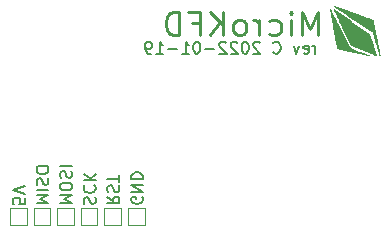
<source format=gbr>
%TF.GenerationSoftware,KiCad,Pcbnew,(6.0.0)*%
%TF.CreationDate,2022-01-19T15:31:05-06:00*%
%TF.ProjectId,microkfd,6d696372-6f6b-4666-942e-6b696361645f,C*%
%TF.SameCoordinates,Original*%
%TF.FileFunction,Legend,Bot*%
%TF.FilePolarity,Positive*%
%FSLAX46Y46*%
G04 Gerber Fmt 4.6, Leading zero omitted, Abs format (unit mm)*
G04 Created by KiCad (PCBNEW (6.0.0)) date 2022-01-19 15:31:05*
%MOMM*%
%LPD*%
G01*
G04 APERTURE LIST*
%ADD10C,0.200000*%
%ADD11C,0.250000*%
%ADD12C,0.150000*%
%ADD13C,0.010000*%
%ADD14C,0.120000*%
G04 APERTURE END LIST*
D10*
X112797619Y-108881904D02*
X113797619Y-108881904D01*
X113083333Y-108548571D01*
X113797619Y-108215238D01*
X112797619Y-108215238D01*
X113797619Y-107548571D02*
X113797619Y-107358095D01*
X113750000Y-107262857D01*
X113654761Y-107167619D01*
X113464285Y-107120000D01*
X113130952Y-107120000D01*
X112940476Y-107167619D01*
X112845238Y-107262857D01*
X112797619Y-107358095D01*
X112797619Y-107548571D01*
X112845238Y-107643809D01*
X112940476Y-107739047D01*
X113130952Y-107786666D01*
X113464285Y-107786666D01*
X113654761Y-107739047D01*
X113750000Y-107643809D01*
X113797619Y-107548571D01*
X112845238Y-106739047D02*
X112797619Y-106596190D01*
X112797619Y-106358095D01*
X112845238Y-106262857D01*
X112892857Y-106215238D01*
X112988095Y-106167619D01*
X113083333Y-106167619D01*
X113178571Y-106215238D01*
X113226190Y-106262857D01*
X113273809Y-106358095D01*
X113321428Y-106548571D01*
X113369047Y-106643809D01*
X113416666Y-106691428D01*
X113511904Y-106739047D01*
X113607142Y-106739047D01*
X113702380Y-106691428D01*
X113750000Y-106643809D01*
X113797619Y-106548571D01*
X113797619Y-106310476D01*
X113750000Y-106167619D01*
X112797619Y-105739047D02*
X113797619Y-105739047D01*
X110797619Y-108881904D02*
X111797619Y-108881904D01*
X111083333Y-108548571D01*
X111797619Y-108215238D01*
X110797619Y-108215238D01*
X110797619Y-107739047D02*
X111797619Y-107739047D01*
X110845238Y-107310476D02*
X110797619Y-107167619D01*
X110797619Y-106929523D01*
X110845238Y-106834285D01*
X110892857Y-106786666D01*
X110988095Y-106739047D01*
X111083333Y-106739047D01*
X111178571Y-106786666D01*
X111226190Y-106834285D01*
X111273809Y-106929523D01*
X111321428Y-107120000D01*
X111369047Y-107215238D01*
X111416666Y-107262857D01*
X111511904Y-107310476D01*
X111607142Y-107310476D01*
X111702380Y-107262857D01*
X111750000Y-107215238D01*
X111797619Y-107120000D01*
X111797619Y-106881904D01*
X111750000Y-106739047D01*
X111797619Y-106120000D02*
X111797619Y-105929523D01*
X111750000Y-105834285D01*
X111654761Y-105739047D01*
X111464285Y-105691428D01*
X111130952Y-105691428D01*
X110940476Y-105739047D01*
X110845238Y-105834285D01*
X110797619Y-105929523D01*
X110797619Y-106120000D01*
X110845238Y-106215238D01*
X110940476Y-106310476D01*
X111130952Y-106358095D01*
X111464285Y-106358095D01*
X111654761Y-106310476D01*
X111750000Y-106215238D01*
X111797619Y-106120000D01*
X109797619Y-108440476D02*
X109797619Y-108916666D01*
X109321428Y-108964285D01*
X109369047Y-108916666D01*
X109416666Y-108821428D01*
X109416666Y-108583333D01*
X109369047Y-108488095D01*
X109321428Y-108440476D01*
X109226190Y-108392857D01*
X108988095Y-108392857D01*
X108892857Y-108440476D01*
X108845238Y-108488095D01*
X108797619Y-108583333D01*
X108797619Y-108821428D01*
X108845238Y-108916666D01*
X108892857Y-108964285D01*
X109797619Y-108107142D02*
X108797619Y-107773809D01*
X109797619Y-107440476D01*
X116797619Y-108310476D02*
X117273809Y-108643809D01*
X116797619Y-108881904D02*
X117797619Y-108881904D01*
X117797619Y-108500952D01*
X117750000Y-108405714D01*
X117702380Y-108358095D01*
X117607142Y-108310476D01*
X117464285Y-108310476D01*
X117369047Y-108358095D01*
X117321428Y-108405714D01*
X117273809Y-108500952D01*
X117273809Y-108881904D01*
X116845238Y-107929523D02*
X116797619Y-107786666D01*
X116797619Y-107548571D01*
X116845238Y-107453333D01*
X116892857Y-107405714D01*
X116988095Y-107358095D01*
X117083333Y-107358095D01*
X117178571Y-107405714D01*
X117226190Y-107453333D01*
X117273809Y-107548571D01*
X117321428Y-107739047D01*
X117369047Y-107834285D01*
X117416666Y-107881904D01*
X117511904Y-107929523D01*
X117607142Y-107929523D01*
X117702380Y-107881904D01*
X117750000Y-107834285D01*
X117797619Y-107739047D01*
X117797619Y-107500952D01*
X117750000Y-107358095D01*
X117797619Y-107072380D02*
X117797619Y-106500952D01*
X116797619Y-106786666D02*
X117797619Y-106786666D01*
X119750000Y-108358095D02*
X119797619Y-108453333D01*
X119797619Y-108596190D01*
X119750000Y-108739047D01*
X119654761Y-108834285D01*
X119559523Y-108881904D01*
X119369047Y-108929523D01*
X119226190Y-108929523D01*
X119035714Y-108881904D01*
X118940476Y-108834285D01*
X118845238Y-108739047D01*
X118797619Y-108596190D01*
X118797619Y-108500952D01*
X118845238Y-108358095D01*
X118892857Y-108310476D01*
X119226190Y-108310476D01*
X119226190Y-108500952D01*
X118797619Y-107881904D02*
X119797619Y-107881904D01*
X118797619Y-107310476D01*
X119797619Y-107310476D01*
X118797619Y-106834285D02*
X119797619Y-106834285D01*
X119797619Y-106596190D01*
X119750000Y-106453333D01*
X119654761Y-106358095D01*
X119559523Y-106310476D01*
X119369047Y-106262857D01*
X119226190Y-106262857D01*
X119035714Y-106310476D01*
X118940476Y-106358095D01*
X118845238Y-106453333D01*
X118797619Y-106596190D01*
X118797619Y-106834285D01*
X114845238Y-108929523D02*
X114797619Y-108786666D01*
X114797619Y-108548571D01*
X114845238Y-108453333D01*
X114892857Y-108405714D01*
X114988095Y-108358095D01*
X115083333Y-108358095D01*
X115178571Y-108405714D01*
X115226190Y-108453333D01*
X115273809Y-108548571D01*
X115321428Y-108739047D01*
X115369047Y-108834285D01*
X115416666Y-108881904D01*
X115511904Y-108929523D01*
X115607142Y-108929523D01*
X115702380Y-108881904D01*
X115750000Y-108834285D01*
X115797619Y-108739047D01*
X115797619Y-108500952D01*
X115750000Y-108358095D01*
X114892857Y-107358095D02*
X114845238Y-107405714D01*
X114797619Y-107548571D01*
X114797619Y-107643809D01*
X114845238Y-107786666D01*
X114940476Y-107881904D01*
X115035714Y-107929523D01*
X115226190Y-107977142D01*
X115369047Y-107977142D01*
X115559523Y-107929523D01*
X115654761Y-107881904D01*
X115750000Y-107786666D01*
X115797619Y-107643809D01*
X115797619Y-107548571D01*
X115750000Y-107405714D01*
X115702380Y-107358095D01*
X114797619Y-106929523D02*
X115797619Y-106929523D01*
X114797619Y-106358095D02*
X115369047Y-106786666D01*
X115797619Y-106358095D02*
X115226190Y-106929523D01*
D11*
X134611309Y-94654761D02*
X134611309Y-92654761D01*
X133944642Y-94083333D01*
X133277976Y-92654761D01*
X133277976Y-94654761D01*
X132325595Y-94654761D02*
X132325595Y-93321428D01*
X132325595Y-92654761D02*
X132420833Y-92750000D01*
X132325595Y-92845238D01*
X132230357Y-92750000D01*
X132325595Y-92654761D01*
X132325595Y-92845238D01*
X130516071Y-94559523D02*
X130706547Y-94654761D01*
X131087500Y-94654761D01*
X131277976Y-94559523D01*
X131373214Y-94464285D01*
X131468452Y-94273809D01*
X131468452Y-93702380D01*
X131373214Y-93511904D01*
X131277976Y-93416666D01*
X131087500Y-93321428D01*
X130706547Y-93321428D01*
X130516071Y-93416666D01*
X129658928Y-94654761D02*
X129658928Y-93321428D01*
X129658928Y-93702380D02*
X129563690Y-93511904D01*
X129468452Y-93416666D01*
X129277976Y-93321428D01*
X129087500Y-93321428D01*
X128135119Y-94654761D02*
X128325595Y-94559523D01*
X128420833Y-94464285D01*
X128516071Y-94273809D01*
X128516071Y-93702380D01*
X128420833Y-93511904D01*
X128325595Y-93416666D01*
X128135119Y-93321428D01*
X127849404Y-93321428D01*
X127658928Y-93416666D01*
X127563690Y-93511904D01*
X127468452Y-93702380D01*
X127468452Y-94273809D01*
X127563690Y-94464285D01*
X127658928Y-94559523D01*
X127849404Y-94654761D01*
X128135119Y-94654761D01*
X126611309Y-94654761D02*
X126611309Y-92654761D01*
X125468452Y-94654761D02*
X126325595Y-93511904D01*
X125468452Y-92654761D02*
X126611309Y-93797619D01*
X123944642Y-93607142D02*
X124611309Y-93607142D01*
X124611309Y-94654761D02*
X124611309Y-92654761D01*
X123658928Y-92654761D01*
X122897023Y-94654761D02*
X122897023Y-92654761D01*
X122420833Y-92654761D01*
X122135119Y-92750000D01*
X121944642Y-92940476D01*
X121849404Y-93130952D01*
X121754166Y-93511904D01*
X121754166Y-93797619D01*
X121849404Y-94178571D01*
X121944642Y-94369047D01*
X122135119Y-94559523D01*
X122420833Y-94654761D01*
X122897023Y-94654761D01*
D12*
X134414404Y-96202380D02*
X134414404Y-95535714D01*
X134414404Y-95726190D02*
X134366785Y-95630952D01*
X134319166Y-95583333D01*
X134223928Y-95535714D01*
X134128690Y-95535714D01*
X133414404Y-96154761D02*
X133509642Y-96202380D01*
X133700119Y-96202380D01*
X133795357Y-96154761D01*
X133842976Y-96059523D01*
X133842976Y-95678571D01*
X133795357Y-95583333D01*
X133700119Y-95535714D01*
X133509642Y-95535714D01*
X133414404Y-95583333D01*
X133366785Y-95678571D01*
X133366785Y-95773809D01*
X133842976Y-95869047D01*
X133033452Y-95535714D02*
X132795357Y-96202380D01*
X132557261Y-95535714D01*
X130842976Y-96107142D02*
X130890595Y-96154761D01*
X131033452Y-96202380D01*
X131128690Y-96202380D01*
X131271547Y-96154761D01*
X131366785Y-96059523D01*
X131414404Y-95964285D01*
X131462023Y-95773809D01*
X131462023Y-95630952D01*
X131414404Y-95440476D01*
X131366785Y-95345238D01*
X131271547Y-95250000D01*
X131128690Y-95202380D01*
X131033452Y-95202380D01*
X130890595Y-95250000D01*
X130842976Y-95297619D01*
X129700119Y-95297619D02*
X129652500Y-95250000D01*
X129557261Y-95202380D01*
X129319166Y-95202380D01*
X129223928Y-95250000D01*
X129176309Y-95297619D01*
X129128690Y-95392857D01*
X129128690Y-95488095D01*
X129176309Y-95630952D01*
X129747738Y-96202380D01*
X129128690Y-96202380D01*
X128509642Y-95202380D02*
X128414404Y-95202380D01*
X128319166Y-95250000D01*
X128271547Y-95297619D01*
X128223928Y-95392857D01*
X128176309Y-95583333D01*
X128176309Y-95821428D01*
X128223928Y-96011904D01*
X128271547Y-96107142D01*
X128319166Y-96154761D01*
X128414404Y-96202380D01*
X128509642Y-96202380D01*
X128604880Y-96154761D01*
X128652500Y-96107142D01*
X128700119Y-96011904D01*
X128747738Y-95821428D01*
X128747738Y-95583333D01*
X128700119Y-95392857D01*
X128652500Y-95297619D01*
X128604880Y-95250000D01*
X128509642Y-95202380D01*
X127795357Y-95297619D02*
X127747738Y-95250000D01*
X127652500Y-95202380D01*
X127414404Y-95202380D01*
X127319166Y-95250000D01*
X127271547Y-95297619D01*
X127223928Y-95392857D01*
X127223928Y-95488095D01*
X127271547Y-95630952D01*
X127842976Y-96202380D01*
X127223928Y-96202380D01*
X126842976Y-95297619D02*
X126795357Y-95250000D01*
X126700119Y-95202380D01*
X126462023Y-95202380D01*
X126366785Y-95250000D01*
X126319166Y-95297619D01*
X126271547Y-95392857D01*
X126271547Y-95488095D01*
X126319166Y-95630952D01*
X126890595Y-96202380D01*
X126271547Y-96202380D01*
X125842976Y-95821428D02*
X125081071Y-95821428D01*
X124414404Y-95202380D02*
X124319166Y-95202380D01*
X124223928Y-95250000D01*
X124176309Y-95297619D01*
X124128690Y-95392857D01*
X124081071Y-95583333D01*
X124081071Y-95821428D01*
X124128690Y-96011904D01*
X124176309Y-96107142D01*
X124223928Y-96154761D01*
X124319166Y-96202380D01*
X124414404Y-96202380D01*
X124509642Y-96154761D01*
X124557261Y-96107142D01*
X124604880Y-96011904D01*
X124652500Y-95821428D01*
X124652500Y-95583333D01*
X124604880Y-95392857D01*
X124557261Y-95297619D01*
X124509642Y-95250000D01*
X124414404Y-95202380D01*
X123128690Y-96202380D02*
X123700119Y-96202380D01*
X123414404Y-96202380D02*
X123414404Y-95202380D01*
X123509642Y-95345238D01*
X123604880Y-95440476D01*
X123700119Y-95488095D01*
X122700119Y-95821428D02*
X121938214Y-95821428D01*
X120938214Y-96202380D02*
X121509642Y-96202380D01*
X121223928Y-96202380D02*
X121223928Y-95202380D01*
X121319166Y-95345238D01*
X121414404Y-95440476D01*
X121509642Y-95488095D01*
X120462023Y-96202380D02*
X120271547Y-96202380D01*
X120176309Y-96154761D01*
X120128690Y-96107142D01*
X120033452Y-95964285D01*
X119985833Y-95773809D01*
X119985833Y-95392857D01*
X120033452Y-95297619D01*
X120081071Y-95250000D01*
X120176309Y-95202380D01*
X120366785Y-95202380D01*
X120462023Y-95250000D01*
X120509642Y-95297619D01*
X120557261Y-95392857D01*
X120557261Y-95630952D01*
X120509642Y-95726190D01*
X120462023Y-95773809D01*
X120366785Y-95821428D01*
X120176309Y-95821428D01*
X120081071Y-95773809D01*
X120033452Y-95726190D01*
X119985833Y-95630952D01*
D13*
%TO.C,G\u002A\u002A\u002A*%
X135653297Y-92464575D02*
X135657254Y-92487989D01*
X135657254Y-92487989D02*
X135663833Y-92525695D01*
X135663833Y-92525695D02*
X135672864Y-92576767D01*
X135672864Y-92576767D02*
X135684180Y-92640284D01*
X135684180Y-92640284D02*
X135697613Y-92715319D01*
X135697613Y-92715319D02*
X135712994Y-92800950D01*
X135712994Y-92800950D02*
X135730154Y-92896253D01*
X135730154Y-92896253D02*
X135748927Y-93000302D01*
X135748927Y-93000302D02*
X135769142Y-93112175D01*
X135769142Y-93112175D02*
X135790634Y-93230947D01*
X135790634Y-93230947D02*
X135813232Y-93355695D01*
X135813232Y-93355695D02*
X135836769Y-93485494D01*
X135836769Y-93485494D02*
X135861076Y-93619419D01*
X135861076Y-93619419D02*
X135885986Y-93756548D01*
X135885986Y-93756548D02*
X135911330Y-93895957D01*
X135911330Y-93895957D02*
X135936939Y-94036720D01*
X135936939Y-94036720D02*
X135962647Y-94177914D01*
X135962647Y-94177914D02*
X135988284Y-94318616D01*
X135988284Y-94318616D02*
X136013681Y-94457900D01*
X136013681Y-94457900D02*
X136038672Y-94594844D01*
X136038672Y-94594844D02*
X136063088Y-94728522D01*
X136063088Y-94728522D02*
X136086760Y-94858012D01*
X136086760Y-94858012D02*
X136109520Y-94982388D01*
X136109520Y-94982388D02*
X136131200Y-95100728D01*
X136131200Y-95100728D02*
X136151632Y-95212106D01*
X136151632Y-95212106D02*
X136170647Y-95315599D01*
X136170647Y-95315599D02*
X136188078Y-95410283D01*
X136188078Y-95410283D02*
X136203756Y-95495234D01*
X136203756Y-95495234D02*
X136217513Y-95569527D01*
X136217513Y-95569527D02*
X136229180Y-95632240D01*
X136229180Y-95632240D02*
X136238589Y-95682447D01*
X136238589Y-95682447D02*
X136245573Y-95719225D01*
X136245573Y-95719225D02*
X136249963Y-95741649D01*
X136249963Y-95741649D02*
X136251568Y-95748811D01*
X136251568Y-95748811D02*
X136259891Y-95751007D01*
X136259891Y-95751007D02*
X136283398Y-95756565D01*
X136283398Y-95756565D02*
X136321252Y-95765297D01*
X136321252Y-95765297D02*
X136372616Y-95777015D01*
X136372616Y-95777015D02*
X136436655Y-95791530D01*
X136436655Y-95791530D02*
X136512531Y-95808657D01*
X136512531Y-95808657D02*
X136599409Y-95828206D01*
X136599409Y-95828206D02*
X136696452Y-95849990D01*
X136696452Y-95849990D02*
X136802823Y-95873821D01*
X136802823Y-95873821D02*
X136917687Y-95899512D01*
X136917687Y-95899512D02*
X137040207Y-95926874D01*
X137040207Y-95926874D02*
X137169545Y-95955720D01*
X137169545Y-95955720D02*
X137304867Y-95985863D01*
X137304867Y-95985863D02*
X137445336Y-96017114D01*
X137445336Y-96017114D02*
X137583279Y-96047767D01*
X137583279Y-96047767D02*
X137728088Y-96079928D01*
X137728088Y-96079928D02*
X137868679Y-96111154D01*
X137868679Y-96111154D02*
X138004206Y-96141256D01*
X138004206Y-96141256D02*
X138133823Y-96170047D01*
X138133823Y-96170047D02*
X138256682Y-96197337D01*
X138256682Y-96197337D02*
X138371938Y-96222940D01*
X138371938Y-96222940D02*
X138478743Y-96246666D01*
X138478743Y-96246666D02*
X138576251Y-96268329D01*
X138576251Y-96268329D02*
X138663615Y-96287739D01*
X138663615Y-96287739D02*
X138739989Y-96304709D01*
X138739989Y-96304709D02*
X138804526Y-96319051D01*
X138804526Y-96319051D02*
X138856380Y-96330576D01*
X138856380Y-96330576D02*
X138894704Y-96339097D01*
X138894704Y-96339097D02*
X138918651Y-96344425D01*
X138918651Y-96344425D02*
X138927293Y-96346354D01*
X138927293Y-96346354D02*
X138932039Y-96346140D01*
X138932039Y-96346140D02*
X138923182Y-96340919D01*
X138923182Y-96340919D02*
X138919089Y-96339021D01*
X138919089Y-96339021D02*
X138908101Y-96334737D01*
X138908101Y-96334737D02*
X138882746Y-96325247D01*
X138882746Y-96325247D02*
X138844082Y-96310939D01*
X138844082Y-96310939D02*
X138793168Y-96292199D01*
X138793168Y-96292199D02*
X138731063Y-96269415D01*
X138731063Y-96269415D02*
X138658825Y-96242975D01*
X138658825Y-96242975D02*
X138577513Y-96213264D01*
X138577513Y-96213264D02*
X138488186Y-96180672D01*
X138488186Y-96180672D02*
X138391901Y-96145583D01*
X138391901Y-96145583D02*
X138289718Y-96108387D01*
X138289718Y-96108387D02*
X138182695Y-96069470D01*
X138182695Y-96069470D02*
X138098222Y-96038780D01*
X138098222Y-96038780D02*
X137301967Y-95749607D01*
X137301967Y-95749607D02*
X136478144Y-94101896D01*
X136478144Y-94101896D02*
X136400936Y-93947502D01*
X136400936Y-93947502D02*
X136325667Y-93797043D01*
X136325667Y-93797043D02*
X136252667Y-93651175D01*
X136252667Y-93651175D02*
X136182263Y-93510550D01*
X136182263Y-93510550D02*
X136114785Y-93375825D01*
X136114785Y-93375825D02*
X136050560Y-93247653D01*
X136050560Y-93247653D02*
X135989918Y-93126690D01*
X135989918Y-93126690D02*
X135933187Y-93013589D01*
X135933187Y-93013589D02*
X135880696Y-92909006D01*
X135880696Y-92909006D02*
X135832773Y-92813595D01*
X135832773Y-92813595D02*
X135789748Y-92728011D01*
X135789748Y-92728011D02*
X135751947Y-92652908D01*
X135751947Y-92652908D02*
X135719701Y-92588942D01*
X135719701Y-92588942D02*
X135693338Y-92536766D01*
X135693338Y-92536766D02*
X135673187Y-92497035D01*
X135673187Y-92497035D02*
X135659575Y-92470404D01*
X135659575Y-92470404D02*
X135652832Y-92457528D01*
X135652832Y-92457528D02*
X135652129Y-92456377D01*
X135652129Y-92456377D02*
X135653297Y-92464575D01*
X135653297Y-92464575D02*
X135653297Y-92464575D01*
G36*
X135652832Y-92457528D02*
G01*
X135659575Y-92470404D01*
X135673187Y-92497035D01*
X135693338Y-92536766D01*
X135719701Y-92588942D01*
X135751947Y-92652908D01*
X135789748Y-92728011D01*
X135832773Y-92813595D01*
X135880696Y-92909006D01*
X135933187Y-93013589D01*
X135989918Y-93126690D01*
X136050560Y-93247653D01*
X136114785Y-93375825D01*
X136182263Y-93510550D01*
X136252667Y-93651175D01*
X136325667Y-93797043D01*
X136400936Y-93947502D01*
X136478144Y-94101896D01*
X137301967Y-95749607D01*
X138098222Y-96038780D01*
X138182695Y-96069470D01*
X138289718Y-96108387D01*
X138391901Y-96145583D01*
X138488186Y-96180672D01*
X138577513Y-96213264D01*
X138658825Y-96242975D01*
X138731063Y-96269415D01*
X138793168Y-96292199D01*
X138844082Y-96310939D01*
X138882746Y-96325247D01*
X138908101Y-96334737D01*
X138919089Y-96339021D01*
X138923182Y-96340919D01*
X138932039Y-96346140D01*
X138927293Y-96346354D01*
X138918651Y-96344425D01*
X138894704Y-96339097D01*
X138856380Y-96330576D01*
X138804526Y-96319051D01*
X138739989Y-96304709D01*
X138663615Y-96287739D01*
X138576251Y-96268329D01*
X138478743Y-96246666D01*
X138371938Y-96222940D01*
X138256682Y-96197337D01*
X138133823Y-96170047D01*
X138004206Y-96141256D01*
X137868679Y-96111154D01*
X137728088Y-96079928D01*
X137583279Y-96047767D01*
X137445336Y-96017114D01*
X137304867Y-95985863D01*
X137169545Y-95955720D01*
X137040207Y-95926874D01*
X136917687Y-95899512D01*
X136802823Y-95873821D01*
X136696452Y-95849990D01*
X136599409Y-95828206D01*
X136512531Y-95808657D01*
X136436655Y-95791530D01*
X136372616Y-95777015D01*
X136321252Y-95765297D01*
X136283398Y-95756565D01*
X136259891Y-95751007D01*
X136251568Y-95748811D01*
X136249963Y-95741649D01*
X136245573Y-95719225D01*
X136238589Y-95682447D01*
X136229180Y-95632240D01*
X136217513Y-95569527D01*
X136203756Y-95495234D01*
X136188078Y-95410283D01*
X136170647Y-95315599D01*
X136151632Y-95212106D01*
X136131200Y-95100728D01*
X136109520Y-94982388D01*
X136086760Y-94858012D01*
X136063088Y-94728522D01*
X136038672Y-94594844D01*
X136013681Y-94457900D01*
X135988284Y-94318616D01*
X135962647Y-94177914D01*
X135936939Y-94036720D01*
X135911330Y-93895957D01*
X135885986Y-93756548D01*
X135861076Y-93619419D01*
X135836769Y-93485494D01*
X135813232Y-93355695D01*
X135790634Y-93230947D01*
X135769142Y-93112175D01*
X135748927Y-93000302D01*
X135730154Y-92896253D01*
X135712994Y-92800950D01*
X135697613Y-92715319D01*
X135684180Y-92640284D01*
X135672864Y-92576767D01*
X135663833Y-92525695D01*
X135657254Y-92487989D01*
X135653297Y-92464575D01*
X135652129Y-92456377D01*
X135652832Y-92457528D01*
G37*
X135652832Y-92457528D02*
X135659575Y-92470404D01*
X135673187Y-92497035D01*
X135693338Y-92536766D01*
X135719701Y-92588942D01*
X135751947Y-92652908D01*
X135789748Y-92728011D01*
X135832773Y-92813595D01*
X135880696Y-92909006D01*
X135933187Y-93013589D01*
X135989918Y-93126690D01*
X136050560Y-93247653D01*
X136114785Y-93375825D01*
X136182263Y-93510550D01*
X136252667Y-93651175D01*
X136325667Y-93797043D01*
X136400936Y-93947502D01*
X136478144Y-94101896D01*
X137301967Y-95749607D01*
X138098222Y-96038780D01*
X138182695Y-96069470D01*
X138289718Y-96108387D01*
X138391901Y-96145583D01*
X138488186Y-96180672D01*
X138577513Y-96213264D01*
X138658825Y-96242975D01*
X138731063Y-96269415D01*
X138793168Y-96292199D01*
X138844082Y-96310939D01*
X138882746Y-96325247D01*
X138908101Y-96334737D01*
X138919089Y-96339021D01*
X138923182Y-96340919D01*
X138932039Y-96346140D01*
X138927293Y-96346354D01*
X138918651Y-96344425D01*
X138894704Y-96339097D01*
X138856380Y-96330576D01*
X138804526Y-96319051D01*
X138739989Y-96304709D01*
X138663615Y-96287739D01*
X138576251Y-96268329D01*
X138478743Y-96246666D01*
X138371938Y-96222940D01*
X138256682Y-96197337D01*
X138133823Y-96170047D01*
X138004206Y-96141256D01*
X137868679Y-96111154D01*
X137728088Y-96079928D01*
X137583279Y-96047767D01*
X137445336Y-96017114D01*
X137304867Y-95985863D01*
X137169545Y-95955720D01*
X137040207Y-95926874D01*
X136917687Y-95899512D01*
X136802823Y-95873821D01*
X136696452Y-95849990D01*
X136599409Y-95828206D01*
X136512531Y-95808657D01*
X136436655Y-95791530D01*
X136372616Y-95777015D01*
X136321252Y-95765297D01*
X136283398Y-95756565D01*
X136259891Y-95751007D01*
X136251568Y-95748811D01*
X136249963Y-95741649D01*
X136245573Y-95719225D01*
X136238589Y-95682447D01*
X136229180Y-95632240D01*
X136217513Y-95569527D01*
X136203756Y-95495234D01*
X136188078Y-95410283D01*
X136170647Y-95315599D01*
X136151632Y-95212106D01*
X136131200Y-95100728D01*
X136109520Y-94982388D01*
X136086760Y-94858012D01*
X136063088Y-94728522D01*
X136038672Y-94594844D01*
X136013681Y-94457900D01*
X135988284Y-94318616D01*
X135962647Y-94177914D01*
X135936939Y-94036720D01*
X135911330Y-93895957D01*
X135885986Y-93756548D01*
X135861076Y-93619419D01*
X135836769Y-93485494D01*
X135813232Y-93355695D01*
X135790634Y-93230947D01*
X135769142Y-93112175D01*
X135748927Y-93000302D01*
X135730154Y-92896253D01*
X135712994Y-92800950D01*
X135697613Y-92715319D01*
X135684180Y-92640284D01*
X135672864Y-92576767D01*
X135663833Y-92525695D01*
X135657254Y-92487989D01*
X135653297Y-92464575D01*
X135652129Y-92456377D01*
X135652832Y-92457528D01*
X135958727Y-92464170D02*
X135969055Y-92485672D01*
X135969055Y-92485672D02*
X135986050Y-92520462D01*
X135986050Y-92520462D02*
X136009371Y-92567853D01*
X136009371Y-92567853D02*
X136038673Y-92627154D01*
X136038673Y-92627154D02*
X136073615Y-92697676D01*
X136073615Y-92697676D02*
X136113852Y-92778730D01*
X136113852Y-92778730D02*
X136159043Y-92869627D01*
X136159043Y-92869627D02*
X136208843Y-92969677D01*
X136208843Y-92969677D02*
X136262910Y-93078191D01*
X136262910Y-93078191D02*
X136320901Y-93194480D01*
X136320901Y-93194480D02*
X136382473Y-93317854D01*
X136382473Y-93317854D02*
X136447282Y-93447624D01*
X136447282Y-93447624D02*
X136514986Y-93583101D01*
X136514986Y-93583101D02*
X136585242Y-93723595D01*
X136585242Y-93723595D02*
X136657707Y-93868416D01*
X136657707Y-93868416D02*
X136701453Y-93955803D01*
X136701453Y-93955803D02*
X137450549Y-95451906D01*
X137450549Y-95451906D02*
X138496576Y-95900823D01*
X138496576Y-95900823D02*
X138620907Y-95954177D01*
X138620907Y-95954177D02*
X138741055Y-96005727D01*
X138741055Y-96005727D02*
X138856163Y-96055107D01*
X138856163Y-96055107D02*
X138965372Y-96101947D01*
X138965372Y-96101947D02*
X139067821Y-96145880D01*
X139067821Y-96145880D02*
X139162653Y-96186536D01*
X139162653Y-96186536D02*
X139249008Y-96223549D01*
X139249008Y-96223549D02*
X139326026Y-96256550D01*
X139326026Y-96256550D02*
X139392850Y-96285171D01*
X139392850Y-96285171D02*
X139448619Y-96309043D01*
X139448619Y-96309043D02*
X139492475Y-96327798D01*
X139492475Y-96327798D02*
X139523559Y-96341069D01*
X139523559Y-96341069D02*
X139541011Y-96348486D01*
X139541011Y-96348486D02*
X139544654Y-96349999D01*
X139544654Y-96349999D02*
X139546705Y-96344223D01*
X139546705Y-96344223D02*
X139546706Y-96344077D01*
X139546706Y-96344077D02*
X139544163Y-96335638D01*
X139544163Y-96335638D02*
X139536754Y-96312616D01*
X139536754Y-96312616D02*
X139524801Y-96275990D01*
X139524801Y-96275990D02*
X139508629Y-96226742D01*
X139508629Y-96226742D02*
X139488563Y-96165853D01*
X139488563Y-96165853D02*
X139464927Y-96094304D01*
X139464927Y-96094304D02*
X139438046Y-96013076D01*
X139438046Y-96013076D02*
X139408245Y-95923150D01*
X139408245Y-95923150D02*
X139375847Y-95825507D01*
X139375847Y-95825507D02*
X139341177Y-95721128D01*
X139341177Y-95721128D02*
X139304561Y-95610994D01*
X139304561Y-95610994D02*
X139266321Y-95496085D01*
X139266321Y-95496085D02*
X139248868Y-95443673D01*
X139248868Y-95443673D02*
X138951030Y-94549451D01*
X138951030Y-94549451D02*
X137454747Y-93501522D01*
X137454747Y-93501522D02*
X137313922Y-93402918D01*
X137313922Y-93402918D02*
X137176661Y-93306853D01*
X137176661Y-93306853D02*
X137043567Y-93213751D01*
X137043567Y-93213751D02*
X136915246Y-93124031D01*
X136915246Y-93124031D02*
X136792301Y-93038114D01*
X136792301Y-93038114D02*
X136675337Y-92956423D01*
X136675337Y-92956423D02*
X136564957Y-92879377D01*
X136564957Y-92879377D02*
X136461767Y-92807398D01*
X136461767Y-92807398D02*
X136366371Y-92740907D01*
X136366371Y-92740907D02*
X136279371Y-92680326D01*
X136279371Y-92680326D02*
X136201374Y-92626074D01*
X136201374Y-92626074D02*
X136132983Y-92578574D01*
X136132983Y-92578574D02*
X136074802Y-92538247D01*
X136074802Y-92538247D02*
X136027436Y-92505512D01*
X136027436Y-92505512D02*
X135991489Y-92480793D01*
X135991489Y-92480793D02*
X135967564Y-92464509D01*
X135967564Y-92464509D02*
X135956267Y-92457081D01*
X135956267Y-92457081D02*
X135955411Y-92456648D01*
X135955411Y-92456648D02*
X135958727Y-92464170D01*
X135958727Y-92464170D02*
X135958727Y-92464170D01*
G36*
X135956267Y-92457081D02*
G01*
X135967564Y-92464509D01*
X135991489Y-92480793D01*
X136027436Y-92505512D01*
X136074802Y-92538247D01*
X136132983Y-92578574D01*
X136201374Y-92626074D01*
X136279371Y-92680326D01*
X136366371Y-92740907D01*
X136461767Y-92807398D01*
X136564957Y-92879377D01*
X136675337Y-92956423D01*
X136792301Y-93038114D01*
X136915246Y-93124031D01*
X137043567Y-93213751D01*
X137176661Y-93306853D01*
X137313922Y-93402918D01*
X137454747Y-93501522D01*
X138951030Y-94549451D01*
X139248868Y-95443673D01*
X139266321Y-95496085D01*
X139304561Y-95610994D01*
X139341177Y-95721128D01*
X139375847Y-95825507D01*
X139408245Y-95923150D01*
X139438046Y-96013076D01*
X139464927Y-96094304D01*
X139488563Y-96165853D01*
X139508629Y-96226742D01*
X139524801Y-96275990D01*
X139536754Y-96312616D01*
X139544163Y-96335638D01*
X139546706Y-96344077D01*
X139546705Y-96344223D01*
X139544654Y-96349999D01*
X139541011Y-96348486D01*
X139523559Y-96341069D01*
X139492475Y-96327798D01*
X139448619Y-96309043D01*
X139392850Y-96285171D01*
X139326026Y-96256550D01*
X139249008Y-96223549D01*
X139162653Y-96186536D01*
X139067821Y-96145880D01*
X138965372Y-96101947D01*
X138856163Y-96055107D01*
X138741055Y-96005727D01*
X138620907Y-95954177D01*
X138496576Y-95900823D01*
X137450549Y-95451906D01*
X136701453Y-93955803D01*
X136657707Y-93868416D01*
X136585242Y-93723595D01*
X136514986Y-93583101D01*
X136447282Y-93447624D01*
X136382473Y-93317854D01*
X136320901Y-93194480D01*
X136262910Y-93078191D01*
X136208843Y-92969677D01*
X136159043Y-92869627D01*
X136113852Y-92778730D01*
X136073615Y-92697676D01*
X136038673Y-92627154D01*
X136009371Y-92567853D01*
X135986050Y-92520462D01*
X135969055Y-92485672D01*
X135958727Y-92464170D01*
X135955411Y-92456648D01*
X135956267Y-92457081D01*
G37*
X135956267Y-92457081D02*
X135967564Y-92464509D01*
X135991489Y-92480793D01*
X136027436Y-92505512D01*
X136074802Y-92538247D01*
X136132983Y-92578574D01*
X136201374Y-92626074D01*
X136279371Y-92680326D01*
X136366371Y-92740907D01*
X136461767Y-92807398D01*
X136564957Y-92879377D01*
X136675337Y-92956423D01*
X136792301Y-93038114D01*
X136915246Y-93124031D01*
X137043567Y-93213751D01*
X137176661Y-93306853D01*
X137313922Y-93402918D01*
X137454747Y-93501522D01*
X138951030Y-94549451D01*
X139248868Y-95443673D01*
X139266321Y-95496085D01*
X139304561Y-95610994D01*
X139341177Y-95721128D01*
X139375847Y-95825507D01*
X139408245Y-95923150D01*
X139438046Y-96013076D01*
X139464927Y-96094304D01*
X139488563Y-96165853D01*
X139508629Y-96226742D01*
X139524801Y-96275990D01*
X139536754Y-96312616D01*
X139544163Y-96335638D01*
X139546706Y-96344077D01*
X139546705Y-96344223D01*
X139544654Y-96349999D01*
X139541011Y-96348486D01*
X139523559Y-96341069D01*
X139492475Y-96327798D01*
X139448619Y-96309043D01*
X139392850Y-96285171D01*
X139326026Y-96256550D01*
X139249008Y-96223549D01*
X139162653Y-96186536D01*
X139067821Y-96145880D01*
X138965372Y-96101947D01*
X138856163Y-96055107D01*
X138741055Y-96005727D01*
X138620907Y-95954177D01*
X138496576Y-95900823D01*
X137450549Y-95451906D01*
X136701453Y-93955803D01*
X136657707Y-93868416D01*
X136585242Y-93723595D01*
X136514986Y-93583101D01*
X136447282Y-93447624D01*
X136382473Y-93317854D01*
X136320901Y-93194480D01*
X136262910Y-93078191D01*
X136208843Y-92969677D01*
X136159043Y-92869627D01*
X136113852Y-92778730D01*
X136073615Y-92697676D01*
X136038673Y-92627154D01*
X136009371Y-92567853D01*
X135986050Y-92520462D01*
X135969055Y-92485672D01*
X135958727Y-92464170D01*
X135955411Y-92456648D01*
X135956267Y-92457081D01*
X135961236Y-92158484D02*
X135962639Y-92159953D01*
X135962639Y-92159953D02*
X135970550Y-92165448D01*
X135970550Y-92165448D02*
X135991430Y-92179781D01*
X135991430Y-92179781D02*
X136024687Y-92202548D01*
X136024687Y-92202548D02*
X136069731Y-92233347D01*
X136069731Y-92233347D02*
X136125972Y-92271775D01*
X136125972Y-92271775D02*
X136192819Y-92317428D01*
X136192819Y-92317428D02*
X136269682Y-92369904D01*
X136269682Y-92369904D02*
X136355969Y-92428800D01*
X136355969Y-92428800D02*
X136451091Y-92493713D01*
X136451091Y-92493713D02*
X136554456Y-92564239D01*
X136554456Y-92564239D02*
X136665475Y-92639976D01*
X136665475Y-92639976D02*
X136783556Y-92720521D01*
X136783556Y-92720521D02*
X136908110Y-92805471D01*
X136908110Y-92805471D02*
X137038545Y-92894422D01*
X137038545Y-92894422D02*
X137174270Y-92986972D01*
X137174270Y-92986972D02*
X137314696Y-93082719D01*
X137314696Y-93082719D02*
X137459232Y-93181258D01*
X137459232Y-93181258D02*
X137607287Y-93282187D01*
X137607287Y-93282187D02*
X137612768Y-93285923D01*
X137612768Y-93285923D02*
X139249451Y-94401595D01*
X139249451Y-94401595D02*
X139545295Y-95361569D01*
X139545295Y-95361569D02*
X139582649Y-95482701D01*
X139582649Y-95482701D02*
X139618647Y-95599281D01*
X139618647Y-95599281D02*
X139652996Y-95710372D01*
X139652996Y-95710372D02*
X139685405Y-95815035D01*
X139685405Y-95815035D02*
X139715580Y-95912333D01*
X139715580Y-95912333D02*
X139743231Y-96001328D01*
X139743231Y-96001328D02*
X139768065Y-96081081D01*
X139768065Y-96081081D02*
X139789790Y-96150654D01*
X139789790Y-96150654D02*
X139808115Y-96209110D01*
X139808115Y-96209110D02*
X139822746Y-96255510D01*
X139822746Y-96255510D02*
X139833393Y-96288917D01*
X139833393Y-96288917D02*
X139839762Y-96308392D01*
X139839762Y-96308392D02*
X139841597Y-96313275D01*
X139841597Y-96313275D02*
X139840075Y-96304320D01*
X139840075Y-96304320D02*
X139835518Y-96280288D01*
X139835518Y-96280288D02*
X139828121Y-96242149D01*
X139828121Y-96242149D02*
X139818076Y-96190873D01*
X139818076Y-96190873D02*
X139805579Y-96127430D01*
X139805579Y-96127430D02*
X139790824Y-96052791D01*
X139790824Y-96052791D02*
X139774005Y-95967925D01*
X139774005Y-95967925D02*
X139755316Y-95873803D01*
X139755316Y-95873803D02*
X139734952Y-95771395D01*
X139734952Y-95771395D02*
X139713106Y-95661671D01*
X139713106Y-95661671D02*
X139689973Y-95545602D01*
X139689973Y-95545602D02*
X139665747Y-95424157D01*
X139665747Y-95424157D02*
X139640622Y-95298307D01*
X139640622Y-95298307D02*
X139614793Y-95169021D01*
X139614793Y-95169021D02*
X139588453Y-95037271D01*
X139588453Y-95037271D02*
X139561798Y-94904025D01*
X139561798Y-94904025D02*
X139535020Y-94770256D01*
X139535020Y-94770256D02*
X139508315Y-94636931D01*
X139508315Y-94636931D02*
X139481876Y-94505022D01*
X139481876Y-94505022D02*
X139455899Y-94375500D01*
X139455899Y-94375500D02*
X139430576Y-94249333D01*
X139430576Y-94249333D02*
X139406102Y-94127492D01*
X139406102Y-94127492D02*
X139382672Y-94010948D01*
X139382672Y-94010948D02*
X139360479Y-93900670D01*
X139360479Y-93900670D02*
X139339718Y-93797629D01*
X139339718Y-93797629D02*
X139320583Y-93702795D01*
X139320583Y-93702795D02*
X139303268Y-93617138D01*
X139303268Y-93617138D02*
X139287968Y-93541629D01*
X139287968Y-93541629D02*
X139274877Y-93477236D01*
X139274877Y-93477236D02*
X139264188Y-93424931D01*
X139264188Y-93424931D02*
X139256096Y-93385684D01*
X139256096Y-93385684D02*
X139250796Y-93360465D01*
X139250796Y-93360465D02*
X139248481Y-93350244D01*
X139248481Y-93350244D02*
X139248411Y-93350068D01*
X139248411Y-93350068D02*
X139240595Y-93347068D01*
X139240595Y-93347068D02*
X139218227Y-93338779D01*
X139218227Y-93338779D02*
X139182176Y-93325518D01*
X139182176Y-93325518D02*
X139133313Y-93307602D01*
X139133313Y-93307602D02*
X139072506Y-93285346D01*
X139072506Y-93285346D02*
X139000625Y-93259067D01*
X139000625Y-93259067D02*
X138918538Y-93229083D01*
X138918538Y-93229083D02*
X138827117Y-93195708D01*
X138827117Y-93195708D02*
X138727229Y-93159261D01*
X138727229Y-93159261D02*
X138619744Y-93120057D01*
X138619744Y-93120057D02*
X138505532Y-93078414D01*
X138505532Y-93078414D02*
X138385462Y-93034646D01*
X138385462Y-93034646D02*
X138260403Y-92989072D01*
X138260403Y-92989072D02*
X138131225Y-92942007D01*
X138131225Y-92942007D02*
X137998797Y-92893768D01*
X137998797Y-92893768D02*
X137863988Y-92844671D01*
X137863988Y-92844671D02*
X137727669Y-92795034D01*
X137727669Y-92795034D02*
X137590707Y-92745172D01*
X137590707Y-92745172D02*
X137453973Y-92695402D01*
X137453973Y-92695402D02*
X137318337Y-92646041D01*
X137318337Y-92646041D02*
X137184666Y-92597405D01*
X137184666Y-92597405D02*
X137053832Y-92549811D01*
X137053832Y-92549811D02*
X136926702Y-92503574D01*
X136926702Y-92503574D02*
X136804147Y-92459013D01*
X136804147Y-92459013D02*
X136687036Y-92416442D01*
X136687036Y-92416442D02*
X136576238Y-92376179D01*
X136576238Y-92376179D02*
X136472623Y-92338541D01*
X136472623Y-92338541D02*
X136377059Y-92303843D01*
X136377059Y-92303843D02*
X136290418Y-92272402D01*
X136290418Y-92272402D02*
X136213567Y-92244535D01*
X136213567Y-92244535D02*
X136147376Y-92220558D01*
X136147376Y-92220558D02*
X136092714Y-92200788D01*
X136092714Y-92200788D02*
X136050452Y-92185542D01*
X136050452Y-92185542D02*
X136021458Y-92175135D01*
X136021458Y-92175135D02*
X136010724Y-92171322D01*
X136010724Y-92171322D02*
X135984229Y-92162604D01*
X135984229Y-92162604D02*
X135966850Y-92158116D01*
X135966850Y-92158116D02*
X135961236Y-92158484D01*
X135961236Y-92158484D02*
X135961236Y-92158484D01*
G36*
X135984229Y-92162604D02*
G01*
X136010724Y-92171322D01*
X136021458Y-92175135D01*
X136050452Y-92185542D01*
X136092714Y-92200788D01*
X136147376Y-92220558D01*
X136213567Y-92244535D01*
X136290418Y-92272402D01*
X136377059Y-92303843D01*
X136472623Y-92338541D01*
X136576238Y-92376179D01*
X136687036Y-92416442D01*
X136804147Y-92459013D01*
X136926702Y-92503574D01*
X137053832Y-92549811D01*
X137184666Y-92597405D01*
X137318337Y-92646041D01*
X137453973Y-92695402D01*
X137590707Y-92745172D01*
X137727669Y-92795034D01*
X137863988Y-92844671D01*
X137998797Y-92893768D01*
X138131225Y-92942007D01*
X138260403Y-92989072D01*
X138385462Y-93034646D01*
X138505532Y-93078414D01*
X138619744Y-93120057D01*
X138727229Y-93159261D01*
X138827117Y-93195708D01*
X138918538Y-93229083D01*
X139000625Y-93259067D01*
X139072506Y-93285346D01*
X139133313Y-93307602D01*
X139182176Y-93325518D01*
X139218227Y-93338779D01*
X139240595Y-93347068D01*
X139248411Y-93350068D01*
X139248481Y-93350244D01*
X139250796Y-93360465D01*
X139256096Y-93385684D01*
X139264188Y-93424931D01*
X139274877Y-93477236D01*
X139287968Y-93541629D01*
X139303268Y-93617138D01*
X139320583Y-93702795D01*
X139339718Y-93797629D01*
X139360479Y-93900670D01*
X139382672Y-94010948D01*
X139406102Y-94127492D01*
X139430576Y-94249333D01*
X139455899Y-94375500D01*
X139481876Y-94505022D01*
X139508315Y-94636931D01*
X139535020Y-94770256D01*
X139561798Y-94904025D01*
X139588453Y-95037271D01*
X139614793Y-95169021D01*
X139640622Y-95298307D01*
X139665747Y-95424157D01*
X139689973Y-95545602D01*
X139713106Y-95661671D01*
X139734952Y-95771395D01*
X139755316Y-95873803D01*
X139774005Y-95967925D01*
X139790824Y-96052791D01*
X139805579Y-96127430D01*
X139818076Y-96190873D01*
X139828121Y-96242149D01*
X139835518Y-96280288D01*
X139840075Y-96304320D01*
X139841597Y-96313275D01*
X139839762Y-96308392D01*
X139833393Y-96288917D01*
X139822746Y-96255510D01*
X139808115Y-96209110D01*
X139789790Y-96150654D01*
X139768065Y-96081081D01*
X139743231Y-96001328D01*
X139715580Y-95912333D01*
X139685405Y-95815035D01*
X139652996Y-95710372D01*
X139618647Y-95599281D01*
X139582649Y-95482701D01*
X139545295Y-95361569D01*
X139249451Y-94401595D01*
X137612768Y-93285923D01*
X137607287Y-93282187D01*
X137459232Y-93181258D01*
X137314696Y-93082719D01*
X137174270Y-92986972D01*
X137038545Y-92894422D01*
X136908110Y-92805471D01*
X136783556Y-92720521D01*
X136665475Y-92639976D01*
X136554456Y-92564239D01*
X136451091Y-92493713D01*
X136355969Y-92428800D01*
X136269682Y-92369904D01*
X136192819Y-92317428D01*
X136125972Y-92271775D01*
X136069731Y-92233347D01*
X136024687Y-92202548D01*
X135991430Y-92179781D01*
X135970550Y-92165448D01*
X135962639Y-92159953D01*
X135961236Y-92158484D01*
X135966850Y-92158116D01*
X135984229Y-92162604D01*
G37*
X135984229Y-92162604D02*
X136010724Y-92171322D01*
X136021458Y-92175135D01*
X136050452Y-92185542D01*
X136092714Y-92200788D01*
X136147376Y-92220558D01*
X136213567Y-92244535D01*
X136290418Y-92272402D01*
X136377059Y-92303843D01*
X136472623Y-92338541D01*
X136576238Y-92376179D01*
X136687036Y-92416442D01*
X136804147Y-92459013D01*
X136926702Y-92503574D01*
X137053832Y-92549811D01*
X137184666Y-92597405D01*
X137318337Y-92646041D01*
X137453973Y-92695402D01*
X137590707Y-92745172D01*
X137727669Y-92795034D01*
X137863988Y-92844671D01*
X137998797Y-92893768D01*
X138131225Y-92942007D01*
X138260403Y-92989072D01*
X138385462Y-93034646D01*
X138505532Y-93078414D01*
X138619744Y-93120057D01*
X138727229Y-93159261D01*
X138827117Y-93195708D01*
X138918538Y-93229083D01*
X139000625Y-93259067D01*
X139072506Y-93285346D01*
X139133313Y-93307602D01*
X139182176Y-93325518D01*
X139218227Y-93338779D01*
X139240595Y-93347068D01*
X139248411Y-93350068D01*
X139248481Y-93350244D01*
X139250796Y-93360465D01*
X139256096Y-93385684D01*
X139264188Y-93424931D01*
X139274877Y-93477236D01*
X139287968Y-93541629D01*
X139303268Y-93617138D01*
X139320583Y-93702795D01*
X139339718Y-93797629D01*
X139360479Y-93900670D01*
X139382672Y-94010948D01*
X139406102Y-94127492D01*
X139430576Y-94249333D01*
X139455899Y-94375500D01*
X139481876Y-94505022D01*
X139508315Y-94636931D01*
X139535020Y-94770256D01*
X139561798Y-94904025D01*
X139588453Y-95037271D01*
X139614793Y-95169021D01*
X139640622Y-95298307D01*
X139665747Y-95424157D01*
X139689973Y-95545602D01*
X139713106Y-95661671D01*
X139734952Y-95771395D01*
X139755316Y-95873803D01*
X139774005Y-95967925D01*
X139790824Y-96052791D01*
X139805579Y-96127430D01*
X139818076Y-96190873D01*
X139828121Y-96242149D01*
X139835518Y-96280288D01*
X139840075Y-96304320D01*
X139841597Y-96313275D01*
X139839762Y-96308392D01*
X139833393Y-96288917D01*
X139822746Y-96255510D01*
X139808115Y-96209110D01*
X139789790Y-96150654D01*
X139768065Y-96081081D01*
X139743231Y-96001328D01*
X139715580Y-95912333D01*
X139685405Y-95815035D01*
X139652996Y-95710372D01*
X139618647Y-95599281D01*
X139582649Y-95482701D01*
X139545295Y-95361569D01*
X139249451Y-94401595D01*
X137612768Y-93285923D01*
X137607287Y-93282187D01*
X137459232Y-93181258D01*
X137314696Y-93082719D01*
X137174270Y-92986972D01*
X137038545Y-92894422D01*
X136908110Y-92805471D01*
X136783556Y-92720521D01*
X136665475Y-92639976D01*
X136554456Y-92564239D01*
X136451091Y-92493713D01*
X136355969Y-92428800D01*
X136269682Y-92369904D01*
X136192819Y-92317428D01*
X136125972Y-92271775D01*
X136069731Y-92233347D01*
X136024687Y-92202548D01*
X135991430Y-92179781D01*
X135970550Y-92165448D01*
X135962639Y-92159953D01*
X135961236Y-92158484D01*
X135966850Y-92158116D01*
X135984229Y-92162604D01*
D14*
%TO.C,TP1*%
X113950000Y-110700000D02*
X113950000Y-109300000D01*
X112550000Y-110700000D02*
X113950000Y-110700000D01*
X112550000Y-109300000D02*
X112550000Y-110700000D01*
X113950000Y-109300000D02*
X112550000Y-109300000D01*
%TO.C,TP2*%
X114550000Y-110700000D02*
X115950000Y-110700000D01*
X115950000Y-110700000D02*
X115950000Y-109300000D01*
X115950000Y-109300000D02*
X114550000Y-109300000D01*
X114550000Y-109300000D02*
X114550000Y-110700000D01*
%TO.C,TP3*%
X110550000Y-110700000D02*
X111950000Y-110700000D01*
X111950000Y-109300000D02*
X110550000Y-109300000D01*
X111950000Y-110700000D02*
X111950000Y-109300000D01*
X110550000Y-109300000D02*
X110550000Y-110700000D01*
%TO.C,TP4*%
X117950000Y-109300000D02*
X116550000Y-109300000D01*
X116550000Y-109300000D02*
X116550000Y-110700000D01*
X117950000Y-110700000D02*
X117950000Y-109300000D01*
X116550000Y-110700000D02*
X117950000Y-110700000D01*
%TO.C,TP5*%
X109950000Y-109300000D02*
X108550000Y-109300000D01*
X108550000Y-109300000D02*
X108550000Y-110700000D01*
X108550000Y-110700000D02*
X109950000Y-110700000D01*
X109950000Y-110700000D02*
X109950000Y-109300000D01*
%TO.C,TP6*%
X119950000Y-109300000D02*
X118550000Y-109300000D01*
X118550000Y-110700000D02*
X119950000Y-110700000D01*
X118550000Y-109300000D02*
X118550000Y-110700000D01*
X119950000Y-110700000D02*
X119950000Y-109300000D01*
%TD*%
M02*

</source>
